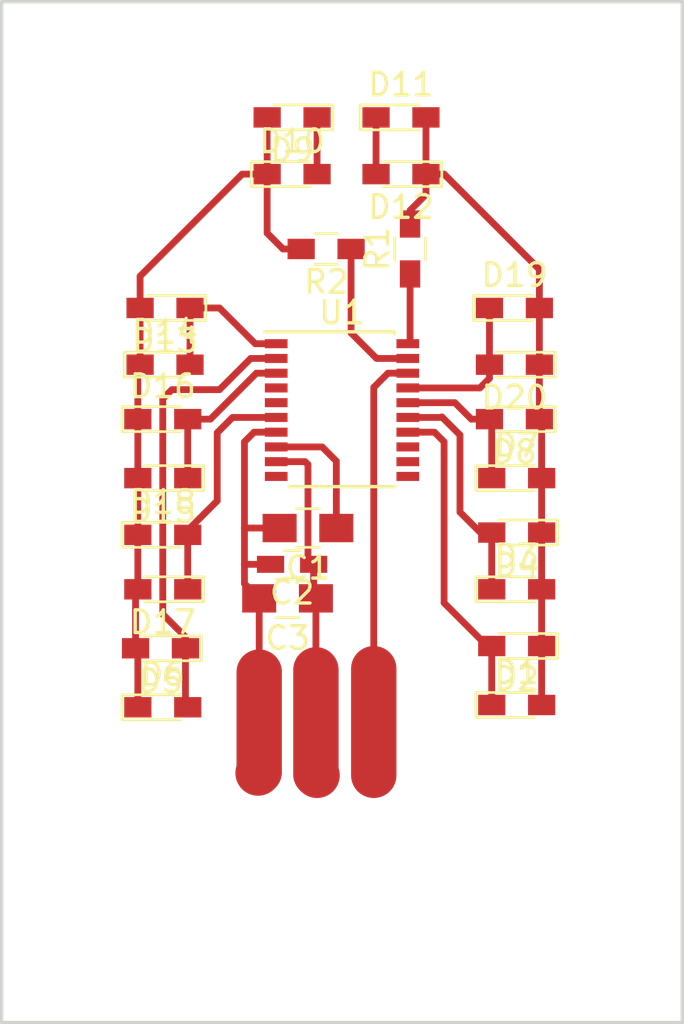
<source format=kicad_pcb>
(kicad_pcb (version 4) (host pcbnew 4.0.7)

  (general
    (links 46)
    (no_connects 0)
    (area 99.924999 79.924999 130.075001 125.075001)
    (thickness 1.6)
    (drawings 4)
    (tracks 122)
    (zones 0)
    (modules 26)
    (nets 25)
  )

  (page A4)
  (layers
    (0 F.Cu signal)
    (31 B.Cu signal)
    (32 B.Adhes user)
    (33 F.Adhes user)
    (34 B.Paste user)
    (35 F.Paste user)
    (36 B.SilkS user)
    (37 F.SilkS user)
    (38 B.Mask user)
    (39 F.Mask user)
    (40 Dwgs.User user)
    (41 Cmts.User user)
    (42 Eco1.User user)
    (43 Eco2.User user)
    (44 Edge.Cuts user)
    (45 Margin user)
    (46 B.CrtYd user)
    (47 F.CrtYd user)
    (48 B.Fab user)
    (49 F.Fab user)
  )

  (setup
    (last_trace_width 2)
    (user_trace_width 0.4)
    (user_trace_width 2)
    (trace_clearance 0.2)
    (zone_clearance 0.3)
    (zone_45_only no)
    (trace_min 0.2)
    (segment_width 0.2)
    (edge_width 0.15)
    (via_size 0.6)
    (via_drill 0.4)
    (via_min_size 0.4)
    (via_min_drill 0.3)
    (user_via 2 1)
    (uvia_size 0.3)
    (uvia_drill 0.1)
    (uvias_allowed no)
    (uvia_min_size 0.2)
    (uvia_min_drill 0.1)
    (pcb_text_width 0.3)
    (pcb_text_size 1.5 1.5)
    (mod_edge_width 0.15)
    (mod_text_size 1 1)
    (mod_text_width 0.15)
    (pad_size 1.524 1.524)
    (pad_drill 0.762)
    (pad_to_mask_clearance 0.2)
    (aux_axis_origin 0 0)
    (visible_elements FFFFF71F)
    (pcbplotparams
      (layerselection 0x00000_80000001)
      (usegerberextensions false)
      (excludeedgelayer true)
      (linewidth 0.100000)
      (plotframeref false)
      (viasonmask false)
      (mode 1)
      (useauxorigin false)
      (hpglpennumber 1)
      (hpglpenspeed 20)
      (hpglpendiameter 15)
      (hpglpenoverlay 2)
      (psnegative false)
      (psa4output false)
      (plotreference true)
      (plotvalue true)
      (plotinvisibletext false)
      (padsonsilk false)
      (subtractmaskfromsilk false)
      (outputformat 5)
      (mirror false)
      (drillshape 1)
      (scaleselection 1)
      (outputdirectory ""))
  )

  (net 0 "")
  (net 1 /l9)
  (net 2 /l8)
  (net 3 /l10)
  (net 4 /l7)
  (net 5 /l1)
  (net 6 /l2)
  (net 7 /l3)
  (net 8 /l4)
  (net 9 /l5)
  (net 10 /l6)
  (net 11 "Net-(U1-Pad4)")
  (net 12 "Net-(C1-Pad1)")
  (net 13 "/prg(serial)")
  (net 14 GNDA)
  (net 15 VDDA)
  (net 16 /upr1)
  (net 17 /upr2)
  (net 18 "Net-(R1-Pad1)")
  (net 19 "Net-(R2-Pad1)")
  (net 20 "Net-(U1-Pad5)")
  (net 21 "Net-(U1-Pad10)")
  (net 22 "Net-(U1-Pad11)")
  (net 23 "Net-(U1-Pad12)")
  (net 24 "Net-(U1-Pad13)")

  (net_class Default "Это класс цепей по умолчанию."
    (clearance 0.2)
    (trace_width 0.3)
    (via_dia 0.6)
    (via_drill 0.4)
    (uvia_dia 0.3)
    (uvia_drill 0.1)
    (add_net /l1)
    (add_net /l10)
    (add_net /l2)
    (add_net /l3)
    (add_net /l4)
    (add_net /l5)
    (add_net /l6)
    (add_net /l7)
    (add_net /l8)
    (add_net /l9)
    (add_net "/prg(serial)")
    (add_net /upr1)
    (add_net /upr2)
    (add_net GNDA)
    (add_net "Net-(C1-Pad1)")
    (add_net "Net-(R1-Pad1)")
    (add_net "Net-(R2-Pad1)")
    (add_net "Net-(U1-Pad10)")
    (add_net "Net-(U1-Pad11)")
    (add_net "Net-(U1-Pad12)")
    (add_net "Net-(U1-Pad13)")
    (add_net "Net-(U1-Pad4)")
    (add_net "Net-(U1-Pad5)")
    (add_net VDDA)
  )

  (module LEDs:LED_0603_HandSoldering (layer F.Cu) (tedit 595FC9C0) (tstamp 59F20287)
    (at 122.7 111)
    (descr "LED SMD 0603, hand soldering")
    (tags "LED 0603")
    (path /59F21C16)
    (attr smd)
    (fp_text reference D1 (at 0 -1.45) (layer F.SilkS)
      (effects (font (size 1 1) (thickness 0.15)))
    )
    (fp_text value LED (at 0 1.55) (layer F.Fab)
      (effects (font (size 1 1) (thickness 0.15)))
    )
    (fp_line (start -1.8 -0.55) (end -1.8 0.55) (layer F.SilkS) (width 0.12))
    (fp_line (start -0.2 -0.2) (end -0.2 0.2) (layer F.Fab) (width 0.1))
    (fp_line (start -0.15 0) (end 0.15 -0.2) (layer F.Fab) (width 0.1))
    (fp_line (start 0.15 0.2) (end -0.15 0) (layer F.Fab) (width 0.1))
    (fp_line (start 0.15 -0.2) (end 0.15 0.2) (layer F.Fab) (width 0.1))
    (fp_line (start 0.8 0.4) (end -0.8 0.4) (layer F.Fab) (width 0.1))
    (fp_line (start 0.8 -0.4) (end 0.8 0.4) (layer F.Fab) (width 0.1))
    (fp_line (start -0.8 -0.4) (end 0.8 -0.4) (layer F.Fab) (width 0.1))
    (fp_line (start -1.8 0.55) (end 0.8 0.55) (layer F.SilkS) (width 0.12))
    (fp_line (start -1.8 -0.55) (end 0.8 -0.55) (layer F.SilkS) (width 0.12))
    (fp_line (start -1.96 -0.7) (end 1.95 -0.7) (layer F.CrtYd) (width 0.05))
    (fp_line (start -1.96 -0.7) (end -1.96 0.7) (layer F.CrtYd) (width 0.05))
    (fp_line (start 1.95 0.7) (end 1.95 -0.7) (layer F.CrtYd) (width 0.05))
    (fp_line (start 1.95 0.7) (end -1.96 0.7) (layer F.CrtYd) (width 0.05))
    (fp_line (start -0.8 -0.4) (end -0.8 0.4) (layer F.Fab) (width 0.1))
    (pad 1 smd rect (at -1.1 0) (size 1.2 0.9) (layers F.Cu F.Paste F.Mask)
      (net 1 /l9))
    (pad 2 smd rect (at 1.1 0) (size 1.2 0.9) (layers F.Cu F.Paste F.Mask)
      (net 17 /upr2))
    (model ${KISYS3DMOD}/LEDs.3dshapes/LED_0603.wrl
      (at (xyz 0 0 0))
      (scale (xyz 1 1 1))
      (rotate (xyz 0 0 180))
    )
  )

  (module LEDs:LED_0603_HandSoldering (layer F.Cu) (tedit 595FC9C0) (tstamp 59F2029C)
    (at 122.7 108.4 180)
    (descr "LED SMD 0603, hand soldering")
    (tags "LED 0603")
    (path /59F21C35)
    (attr smd)
    (fp_text reference D2 (at 0 -1.45 180) (layer F.SilkS)
      (effects (font (size 1 1) (thickness 0.15)))
    )
    (fp_text value LED (at 0 1.55 180) (layer F.Fab)
      (effects (font (size 1 1) (thickness 0.15)))
    )
    (fp_line (start -1.8 -0.55) (end -1.8 0.55) (layer F.SilkS) (width 0.12))
    (fp_line (start -0.2 -0.2) (end -0.2 0.2) (layer F.Fab) (width 0.1))
    (fp_line (start -0.15 0) (end 0.15 -0.2) (layer F.Fab) (width 0.1))
    (fp_line (start 0.15 0.2) (end -0.15 0) (layer F.Fab) (width 0.1))
    (fp_line (start 0.15 -0.2) (end 0.15 0.2) (layer F.Fab) (width 0.1))
    (fp_line (start 0.8 0.4) (end -0.8 0.4) (layer F.Fab) (width 0.1))
    (fp_line (start 0.8 -0.4) (end 0.8 0.4) (layer F.Fab) (width 0.1))
    (fp_line (start -0.8 -0.4) (end 0.8 -0.4) (layer F.Fab) (width 0.1))
    (fp_line (start -1.8 0.55) (end 0.8 0.55) (layer F.SilkS) (width 0.12))
    (fp_line (start -1.8 -0.55) (end 0.8 -0.55) (layer F.SilkS) (width 0.12))
    (fp_line (start -1.96 -0.7) (end 1.95 -0.7) (layer F.CrtYd) (width 0.05))
    (fp_line (start -1.96 -0.7) (end -1.96 0.7) (layer F.CrtYd) (width 0.05))
    (fp_line (start 1.95 0.7) (end 1.95 -0.7) (layer F.CrtYd) (width 0.05))
    (fp_line (start 1.95 0.7) (end -1.96 0.7) (layer F.CrtYd) (width 0.05))
    (fp_line (start -0.8 -0.4) (end -0.8 0.4) (layer F.Fab) (width 0.1))
    (pad 1 smd rect (at -1.1 0 180) (size 1.2 0.9) (layers F.Cu F.Paste F.Mask)
      (net 17 /upr2))
    (pad 2 smd rect (at 1.1 0 180) (size 1.2 0.9) (layers F.Cu F.Paste F.Mask)
      (net 1 /l9))
    (model ${KISYS3DMOD}/LEDs.3dshapes/LED_0603.wrl
      (at (xyz 0 0 0))
      (scale (xyz 1 1 1))
      (rotate (xyz 0 0 180))
    )
  )

  (module LEDs:LED_0603_HandSoldering (layer F.Cu) (tedit 595FC9C0) (tstamp 59F202B1)
    (at 122.7 105.9)
    (descr "LED SMD 0603, hand soldering")
    (tags "LED 0603")
    (path /59F21A49)
    (attr smd)
    (fp_text reference D3 (at 0 -1.45) (layer F.SilkS)
      (effects (font (size 1 1) (thickness 0.15)))
    )
    (fp_text value LED (at 0 1.55) (layer F.Fab)
      (effects (font (size 1 1) (thickness 0.15)))
    )
    (fp_line (start -1.8 -0.55) (end -1.8 0.55) (layer F.SilkS) (width 0.12))
    (fp_line (start -0.2 -0.2) (end -0.2 0.2) (layer F.Fab) (width 0.1))
    (fp_line (start -0.15 0) (end 0.15 -0.2) (layer F.Fab) (width 0.1))
    (fp_line (start 0.15 0.2) (end -0.15 0) (layer F.Fab) (width 0.1))
    (fp_line (start 0.15 -0.2) (end 0.15 0.2) (layer F.Fab) (width 0.1))
    (fp_line (start 0.8 0.4) (end -0.8 0.4) (layer F.Fab) (width 0.1))
    (fp_line (start 0.8 -0.4) (end 0.8 0.4) (layer F.Fab) (width 0.1))
    (fp_line (start -0.8 -0.4) (end 0.8 -0.4) (layer F.Fab) (width 0.1))
    (fp_line (start -1.8 0.55) (end 0.8 0.55) (layer F.SilkS) (width 0.12))
    (fp_line (start -1.8 -0.55) (end 0.8 -0.55) (layer F.SilkS) (width 0.12))
    (fp_line (start -1.96 -0.7) (end 1.95 -0.7) (layer F.CrtYd) (width 0.05))
    (fp_line (start -1.96 -0.7) (end -1.96 0.7) (layer F.CrtYd) (width 0.05))
    (fp_line (start 1.95 0.7) (end 1.95 -0.7) (layer F.CrtYd) (width 0.05))
    (fp_line (start 1.95 0.7) (end -1.96 0.7) (layer F.CrtYd) (width 0.05))
    (fp_line (start -0.8 -0.4) (end -0.8 0.4) (layer F.Fab) (width 0.1))
    (pad 1 smd rect (at -1.1 0) (size 1.2 0.9) (layers F.Cu F.Paste F.Mask)
      (net 2 /l8))
    (pad 2 smd rect (at 1.1 0) (size 1.2 0.9) (layers F.Cu F.Paste F.Mask)
      (net 17 /upr2))
    (model ${KISYS3DMOD}/LEDs.3dshapes/LED_0603.wrl
      (at (xyz 0 0 0))
      (scale (xyz 1 1 1))
      (rotate (xyz 0 0 180))
    )
  )

  (module LEDs:LED_0603_HandSoldering (layer F.Cu) (tedit 595FC9C0) (tstamp 59F202C6)
    (at 122.7 103.4 180)
    (descr "LED SMD 0603, hand soldering")
    (tags "LED 0603")
    (path /59F21A68)
    (attr smd)
    (fp_text reference D4 (at 0 -1.45 180) (layer F.SilkS)
      (effects (font (size 1 1) (thickness 0.15)))
    )
    (fp_text value LED (at 0 1.55 180) (layer F.Fab)
      (effects (font (size 1 1) (thickness 0.15)))
    )
    (fp_line (start -1.8 -0.55) (end -1.8 0.55) (layer F.SilkS) (width 0.12))
    (fp_line (start -0.2 -0.2) (end -0.2 0.2) (layer F.Fab) (width 0.1))
    (fp_line (start -0.15 0) (end 0.15 -0.2) (layer F.Fab) (width 0.1))
    (fp_line (start 0.15 0.2) (end -0.15 0) (layer F.Fab) (width 0.1))
    (fp_line (start 0.15 -0.2) (end 0.15 0.2) (layer F.Fab) (width 0.1))
    (fp_line (start 0.8 0.4) (end -0.8 0.4) (layer F.Fab) (width 0.1))
    (fp_line (start 0.8 -0.4) (end 0.8 0.4) (layer F.Fab) (width 0.1))
    (fp_line (start -0.8 -0.4) (end 0.8 -0.4) (layer F.Fab) (width 0.1))
    (fp_line (start -1.8 0.55) (end 0.8 0.55) (layer F.SilkS) (width 0.12))
    (fp_line (start -1.8 -0.55) (end 0.8 -0.55) (layer F.SilkS) (width 0.12))
    (fp_line (start -1.96 -0.7) (end 1.95 -0.7) (layer F.CrtYd) (width 0.05))
    (fp_line (start -1.96 -0.7) (end -1.96 0.7) (layer F.CrtYd) (width 0.05))
    (fp_line (start 1.95 0.7) (end 1.95 -0.7) (layer F.CrtYd) (width 0.05))
    (fp_line (start 1.95 0.7) (end -1.96 0.7) (layer F.CrtYd) (width 0.05))
    (fp_line (start -0.8 -0.4) (end -0.8 0.4) (layer F.Fab) (width 0.1))
    (pad 1 smd rect (at -1.1 0 180) (size 1.2 0.9) (layers F.Cu F.Paste F.Mask)
      (net 17 /upr2))
    (pad 2 smd rect (at 1.1 0 180) (size 1.2 0.9) (layers F.Cu F.Paste F.Mask)
      (net 2 /l8))
    (model ${KISYS3DMOD}/LEDs.3dshapes/LED_0603.wrl
      (at (xyz 0 0 0))
      (scale (xyz 1 1 1))
      (rotate (xyz 0 0 180))
    )
  )

  (module LEDs:LED_0603_HandSoldering (layer F.Cu) (tedit 595FC9C0) (tstamp 59F202DB)
    (at 107 108.5 180)
    (descr "LED SMD 0603, hand soldering")
    (tags "LED 0603")
    (path /59F21DE3)
    (attr smd)
    (fp_text reference D5 (at 0 -1.45 180) (layer F.SilkS)
      (effects (font (size 1 1) (thickness 0.15)))
    )
    (fp_text value LED (at 0 1.55 180) (layer F.Fab)
      (effects (font (size 1 1) (thickness 0.15)))
    )
    (fp_line (start -1.8 -0.55) (end -1.8 0.55) (layer F.SilkS) (width 0.12))
    (fp_line (start -0.2 -0.2) (end -0.2 0.2) (layer F.Fab) (width 0.1))
    (fp_line (start -0.15 0) (end 0.15 -0.2) (layer F.Fab) (width 0.1))
    (fp_line (start 0.15 0.2) (end -0.15 0) (layer F.Fab) (width 0.1))
    (fp_line (start 0.15 -0.2) (end 0.15 0.2) (layer F.Fab) (width 0.1))
    (fp_line (start 0.8 0.4) (end -0.8 0.4) (layer F.Fab) (width 0.1))
    (fp_line (start 0.8 -0.4) (end 0.8 0.4) (layer F.Fab) (width 0.1))
    (fp_line (start -0.8 -0.4) (end 0.8 -0.4) (layer F.Fab) (width 0.1))
    (fp_line (start -1.8 0.55) (end 0.8 0.55) (layer F.SilkS) (width 0.12))
    (fp_line (start -1.8 -0.55) (end 0.8 -0.55) (layer F.SilkS) (width 0.12))
    (fp_line (start -1.96 -0.7) (end 1.95 -0.7) (layer F.CrtYd) (width 0.05))
    (fp_line (start -1.96 -0.7) (end -1.96 0.7) (layer F.CrtYd) (width 0.05))
    (fp_line (start 1.95 0.7) (end 1.95 -0.7) (layer F.CrtYd) (width 0.05))
    (fp_line (start 1.95 0.7) (end -1.96 0.7) (layer F.CrtYd) (width 0.05))
    (fp_line (start -0.8 -0.4) (end -0.8 0.4) (layer F.Fab) (width 0.1))
    (pad 1 smd rect (at -1.1 0 180) (size 1.2 0.9) (layers F.Cu F.Paste F.Mask)
      (net 3 /l10))
    (pad 2 smd rect (at 1.1 0 180) (size 1.2 0.9) (layers F.Cu F.Paste F.Mask)
      (net 16 /upr1))
    (model ${KISYS3DMOD}/LEDs.3dshapes/LED_0603.wrl
      (at (xyz 0 0 0))
      (scale (xyz 1 1 1))
      (rotate (xyz 0 0 180))
    )
  )

  (module LEDs:LED_0603_HandSoldering (layer F.Cu) (tedit 595FC9C0) (tstamp 59F202F0)
    (at 107.1 111.1)
    (descr "LED SMD 0603, hand soldering")
    (tags "LED 0603")
    (path /59F21E02)
    (attr smd)
    (fp_text reference D6 (at 0 -1.45) (layer F.SilkS)
      (effects (font (size 1 1) (thickness 0.15)))
    )
    (fp_text value LED (at 0 1.55) (layer F.Fab)
      (effects (font (size 1 1) (thickness 0.15)))
    )
    (fp_line (start -1.8 -0.55) (end -1.8 0.55) (layer F.SilkS) (width 0.12))
    (fp_line (start -0.2 -0.2) (end -0.2 0.2) (layer F.Fab) (width 0.1))
    (fp_line (start -0.15 0) (end 0.15 -0.2) (layer F.Fab) (width 0.1))
    (fp_line (start 0.15 0.2) (end -0.15 0) (layer F.Fab) (width 0.1))
    (fp_line (start 0.15 -0.2) (end 0.15 0.2) (layer F.Fab) (width 0.1))
    (fp_line (start 0.8 0.4) (end -0.8 0.4) (layer F.Fab) (width 0.1))
    (fp_line (start 0.8 -0.4) (end 0.8 0.4) (layer F.Fab) (width 0.1))
    (fp_line (start -0.8 -0.4) (end 0.8 -0.4) (layer F.Fab) (width 0.1))
    (fp_line (start -1.8 0.55) (end 0.8 0.55) (layer F.SilkS) (width 0.12))
    (fp_line (start -1.8 -0.55) (end 0.8 -0.55) (layer F.SilkS) (width 0.12))
    (fp_line (start -1.96 -0.7) (end 1.95 -0.7) (layer F.CrtYd) (width 0.05))
    (fp_line (start -1.96 -0.7) (end -1.96 0.7) (layer F.CrtYd) (width 0.05))
    (fp_line (start 1.95 0.7) (end 1.95 -0.7) (layer F.CrtYd) (width 0.05))
    (fp_line (start 1.95 0.7) (end -1.96 0.7) (layer F.CrtYd) (width 0.05))
    (fp_line (start -0.8 -0.4) (end -0.8 0.4) (layer F.Fab) (width 0.1))
    (pad 1 smd rect (at -1.1 0) (size 1.2 0.9) (layers F.Cu F.Paste F.Mask)
      (net 16 /upr1))
    (pad 2 smd rect (at 1.1 0) (size 1.2 0.9) (layers F.Cu F.Paste F.Mask)
      (net 3 /l10))
    (model ${KISYS3DMOD}/LEDs.3dshapes/LED_0603.wrl
      (at (xyz 0 0 0))
      (scale (xyz 1 1 1))
      (rotate (xyz 0 0 180))
    )
  )

  (module LEDs:LED_0603_HandSoldering (layer F.Cu) (tedit 595FC9C0) (tstamp 59F20305)
    (at 122.7 101)
    (descr "LED SMD 0603, hand soldering")
    (tags "LED 0603")
    (path /59F2140F)
    (attr smd)
    (fp_text reference D7 (at 0 -1.45) (layer F.SilkS)
      (effects (font (size 1 1) (thickness 0.15)))
    )
    (fp_text value LED (at 0 1.55) (layer F.Fab)
      (effects (font (size 1 1) (thickness 0.15)))
    )
    (fp_line (start -1.8 -0.55) (end -1.8 0.55) (layer F.SilkS) (width 0.12))
    (fp_line (start -0.2 -0.2) (end -0.2 0.2) (layer F.Fab) (width 0.1))
    (fp_line (start -0.15 0) (end 0.15 -0.2) (layer F.Fab) (width 0.1))
    (fp_line (start 0.15 0.2) (end -0.15 0) (layer F.Fab) (width 0.1))
    (fp_line (start 0.15 -0.2) (end 0.15 0.2) (layer F.Fab) (width 0.1))
    (fp_line (start 0.8 0.4) (end -0.8 0.4) (layer F.Fab) (width 0.1))
    (fp_line (start 0.8 -0.4) (end 0.8 0.4) (layer F.Fab) (width 0.1))
    (fp_line (start -0.8 -0.4) (end 0.8 -0.4) (layer F.Fab) (width 0.1))
    (fp_line (start -1.8 0.55) (end 0.8 0.55) (layer F.SilkS) (width 0.12))
    (fp_line (start -1.8 -0.55) (end 0.8 -0.55) (layer F.SilkS) (width 0.12))
    (fp_line (start -1.96 -0.7) (end 1.95 -0.7) (layer F.CrtYd) (width 0.05))
    (fp_line (start -1.96 -0.7) (end -1.96 0.7) (layer F.CrtYd) (width 0.05))
    (fp_line (start 1.95 0.7) (end 1.95 -0.7) (layer F.CrtYd) (width 0.05))
    (fp_line (start 1.95 0.7) (end -1.96 0.7) (layer F.CrtYd) (width 0.05))
    (fp_line (start -0.8 -0.4) (end -0.8 0.4) (layer F.Fab) (width 0.1))
    (pad 1 smd rect (at -1.1 0) (size 1.2 0.9) (layers F.Cu F.Paste F.Mask)
      (net 4 /l7))
    (pad 2 smd rect (at 1.1 0) (size 1.2 0.9) (layers F.Cu F.Paste F.Mask)
      (net 17 /upr2))
    (model ${KISYS3DMOD}/LEDs.3dshapes/LED_0603.wrl
      (at (xyz 0 0 0))
      (scale (xyz 1 1 1))
      (rotate (xyz 0 0 180))
    )
  )

  (module LEDs:LED_0603_HandSoldering (layer F.Cu) (tedit 595FC9C0) (tstamp 59F2031A)
    (at 122.6 98.4 180)
    (descr "LED SMD 0603, hand soldering")
    (tags "LED 0603")
    (path /59F2142E)
    (attr smd)
    (fp_text reference D8 (at 0 -1.45 180) (layer F.SilkS)
      (effects (font (size 1 1) (thickness 0.15)))
    )
    (fp_text value LED (at 0 1.55 180) (layer F.Fab)
      (effects (font (size 1 1) (thickness 0.15)))
    )
    (fp_line (start -1.8 -0.55) (end -1.8 0.55) (layer F.SilkS) (width 0.12))
    (fp_line (start -0.2 -0.2) (end -0.2 0.2) (layer F.Fab) (width 0.1))
    (fp_line (start -0.15 0) (end 0.15 -0.2) (layer F.Fab) (width 0.1))
    (fp_line (start 0.15 0.2) (end -0.15 0) (layer F.Fab) (width 0.1))
    (fp_line (start 0.15 -0.2) (end 0.15 0.2) (layer F.Fab) (width 0.1))
    (fp_line (start 0.8 0.4) (end -0.8 0.4) (layer F.Fab) (width 0.1))
    (fp_line (start 0.8 -0.4) (end 0.8 0.4) (layer F.Fab) (width 0.1))
    (fp_line (start -0.8 -0.4) (end 0.8 -0.4) (layer F.Fab) (width 0.1))
    (fp_line (start -1.8 0.55) (end 0.8 0.55) (layer F.SilkS) (width 0.12))
    (fp_line (start -1.8 -0.55) (end 0.8 -0.55) (layer F.SilkS) (width 0.12))
    (fp_line (start -1.96 -0.7) (end 1.95 -0.7) (layer F.CrtYd) (width 0.05))
    (fp_line (start -1.96 -0.7) (end -1.96 0.7) (layer F.CrtYd) (width 0.05))
    (fp_line (start 1.95 0.7) (end 1.95 -0.7) (layer F.CrtYd) (width 0.05))
    (fp_line (start 1.95 0.7) (end -1.96 0.7) (layer F.CrtYd) (width 0.05))
    (fp_line (start -0.8 -0.4) (end -0.8 0.4) (layer F.Fab) (width 0.1))
    (pad 1 smd rect (at -1.1 0 180) (size 1.2 0.9) (layers F.Cu F.Paste F.Mask)
      (net 17 /upr2))
    (pad 2 smd rect (at 1.1 0 180) (size 1.2 0.9) (layers F.Cu F.Paste F.Mask)
      (net 4 /l7))
    (model ${KISYS3DMOD}/LEDs.3dshapes/LED_0603.wrl
      (at (xyz 0 0 0))
      (scale (xyz 1 1 1))
      (rotate (xyz 0 0 180))
    )
  )

  (module LEDs:LED_0603_HandSoldering (layer F.Cu) (tedit 595FC9C0) (tstamp 59F2032F)
    (at 112.8 85.1 180)
    (descr "LED SMD 0603, hand soldering")
    (tags "LED 0603")
    (path /59F1F67F)
    (attr smd)
    (fp_text reference D9 (at 0 -1.45 180) (layer F.SilkS)
      (effects (font (size 1 1) (thickness 0.15)))
    )
    (fp_text value LED (at 0 1.55 180) (layer F.Fab)
      (effects (font (size 1 1) (thickness 0.15)))
    )
    (fp_line (start -1.8 -0.55) (end -1.8 0.55) (layer F.SilkS) (width 0.12))
    (fp_line (start -0.2 -0.2) (end -0.2 0.2) (layer F.Fab) (width 0.1))
    (fp_line (start -0.15 0) (end 0.15 -0.2) (layer F.Fab) (width 0.1))
    (fp_line (start 0.15 0.2) (end -0.15 0) (layer F.Fab) (width 0.1))
    (fp_line (start 0.15 -0.2) (end 0.15 0.2) (layer F.Fab) (width 0.1))
    (fp_line (start 0.8 0.4) (end -0.8 0.4) (layer F.Fab) (width 0.1))
    (fp_line (start 0.8 -0.4) (end 0.8 0.4) (layer F.Fab) (width 0.1))
    (fp_line (start -0.8 -0.4) (end 0.8 -0.4) (layer F.Fab) (width 0.1))
    (fp_line (start -1.8 0.55) (end 0.8 0.55) (layer F.SilkS) (width 0.12))
    (fp_line (start -1.8 -0.55) (end 0.8 -0.55) (layer F.SilkS) (width 0.12))
    (fp_line (start -1.96 -0.7) (end 1.95 -0.7) (layer F.CrtYd) (width 0.05))
    (fp_line (start -1.96 -0.7) (end -1.96 0.7) (layer F.CrtYd) (width 0.05))
    (fp_line (start 1.95 0.7) (end 1.95 -0.7) (layer F.CrtYd) (width 0.05))
    (fp_line (start 1.95 0.7) (end -1.96 0.7) (layer F.CrtYd) (width 0.05))
    (fp_line (start -0.8 -0.4) (end -0.8 0.4) (layer F.Fab) (width 0.1))
    (pad 1 smd rect (at -1.1 0 180) (size 1.2 0.9) (layers F.Cu F.Paste F.Mask)
      (net 5 /l1))
    (pad 2 smd rect (at 1.1 0 180) (size 1.2 0.9) (layers F.Cu F.Paste F.Mask)
      (net 16 /upr1))
    (model ${KISYS3DMOD}/LEDs.3dshapes/LED_0603.wrl
      (at (xyz 0 0 0))
      (scale (xyz 1 1 1))
      (rotate (xyz 0 0 180))
    )
  )

  (module LEDs:LED_0603_HandSoldering (layer F.Cu) (tedit 595FC9C0) (tstamp 59F20344)
    (at 112.8 87.6)
    (descr "LED SMD 0603, hand soldering")
    (tags "LED 0603")
    (path /59F20286)
    (attr smd)
    (fp_text reference D10 (at 0 -1.45) (layer F.SilkS)
      (effects (font (size 1 1) (thickness 0.15)))
    )
    (fp_text value LED (at 0 1.55) (layer F.Fab)
      (effects (font (size 1 1) (thickness 0.15)))
    )
    (fp_line (start -1.8 -0.55) (end -1.8 0.55) (layer F.SilkS) (width 0.12))
    (fp_line (start -0.2 -0.2) (end -0.2 0.2) (layer F.Fab) (width 0.1))
    (fp_line (start -0.15 0) (end 0.15 -0.2) (layer F.Fab) (width 0.1))
    (fp_line (start 0.15 0.2) (end -0.15 0) (layer F.Fab) (width 0.1))
    (fp_line (start 0.15 -0.2) (end 0.15 0.2) (layer F.Fab) (width 0.1))
    (fp_line (start 0.8 0.4) (end -0.8 0.4) (layer F.Fab) (width 0.1))
    (fp_line (start 0.8 -0.4) (end 0.8 0.4) (layer F.Fab) (width 0.1))
    (fp_line (start -0.8 -0.4) (end 0.8 -0.4) (layer F.Fab) (width 0.1))
    (fp_line (start -1.8 0.55) (end 0.8 0.55) (layer F.SilkS) (width 0.12))
    (fp_line (start -1.8 -0.55) (end 0.8 -0.55) (layer F.SilkS) (width 0.12))
    (fp_line (start -1.96 -0.7) (end 1.95 -0.7) (layer F.CrtYd) (width 0.05))
    (fp_line (start -1.96 -0.7) (end -1.96 0.7) (layer F.CrtYd) (width 0.05))
    (fp_line (start 1.95 0.7) (end 1.95 -0.7) (layer F.CrtYd) (width 0.05))
    (fp_line (start 1.95 0.7) (end -1.96 0.7) (layer F.CrtYd) (width 0.05))
    (fp_line (start -0.8 -0.4) (end -0.8 0.4) (layer F.Fab) (width 0.1))
    (pad 1 smd rect (at -1.1 0) (size 1.2 0.9) (layers F.Cu F.Paste F.Mask)
      (net 16 /upr1))
    (pad 2 smd rect (at 1.1 0) (size 1.2 0.9) (layers F.Cu F.Paste F.Mask)
      (net 5 /l1))
    (model ${KISYS3DMOD}/LEDs.3dshapes/LED_0603.wrl
      (at (xyz 0 0 0))
      (scale (xyz 1 1 1))
      (rotate (xyz 0 0 180))
    )
  )

  (module LEDs:LED_0603_HandSoldering (layer F.Cu) (tedit 595FC9C0) (tstamp 59F20359)
    (at 117.6 85.1)
    (descr "LED SMD 0603, hand soldering")
    (tags "LED 0603")
    (path /59F208EF)
    (attr smd)
    (fp_text reference D11 (at 0 -1.45) (layer F.SilkS)
      (effects (font (size 1 1) (thickness 0.15)))
    )
    (fp_text value LED (at 0 1.55) (layer F.Fab)
      (effects (font (size 1 1) (thickness 0.15)))
    )
    (fp_line (start -1.8 -0.55) (end -1.8 0.55) (layer F.SilkS) (width 0.12))
    (fp_line (start -0.2 -0.2) (end -0.2 0.2) (layer F.Fab) (width 0.1))
    (fp_line (start -0.15 0) (end 0.15 -0.2) (layer F.Fab) (width 0.1))
    (fp_line (start 0.15 0.2) (end -0.15 0) (layer F.Fab) (width 0.1))
    (fp_line (start 0.15 -0.2) (end 0.15 0.2) (layer F.Fab) (width 0.1))
    (fp_line (start 0.8 0.4) (end -0.8 0.4) (layer F.Fab) (width 0.1))
    (fp_line (start 0.8 -0.4) (end 0.8 0.4) (layer F.Fab) (width 0.1))
    (fp_line (start -0.8 -0.4) (end 0.8 -0.4) (layer F.Fab) (width 0.1))
    (fp_line (start -1.8 0.55) (end 0.8 0.55) (layer F.SilkS) (width 0.12))
    (fp_line (start -1.8 -0.55) (end 0.8 -0.55) (layer F.SilkS) (width 0.12))
    (fp_line (start -1.96 -0.7) (end 1.95 -0.7) (layer F.CrtYd) (width 0.05))
    (fp_line (start -1.96 -0.7) (end -1.96 0.7) (layer F.CrtYd) (width 0.05))
    (fp_line (start 1.95 0.7) (end 1.95 -0.7) (layer F.CrtYd) (width 0.05))
    (fp_line (start 1.95 0.7) (end -1.96 0.7) (layer F.CrtYd) (width 0.05))
    (fp_line (start -0.8 -0.4) (end -0.8 0.4) (layer F.Fab) (width 0.1))
    (pad 1 smd rect (at -1.1 0) (size 1.2 0.9) (layers F.Cu F.Paste F.Mask)
      (net 6 /l2))
    (pad 2 smd rect (at 1.1 0) (size 1.2 0.9) (layers F.Cu F.Paste F.Mask)
      (net 17 /upr2))
    (model ${KISYS3DMOD}/LEDs.3dshapes/LED_0603.wrl
      (at (xyz 0 0 0))
      (scale (xyz 1 1 1))
      (rotate (xyz 0 0 180))
    )
  )

  (module LEDs:LED_0603_HandSoldering (layer F.Cu) (tedit 595FC9C0) (tstamp 59F2036E)
    (at 117.6 87.6 180)
    (descr "LED SMD 0603, hand soldering")
    (tags "LED 0603")
    (path /59F2090E)
    (attr smd)
    (fp_text reference D12 (at 0 -1.45 180) (layer F.SilkS)
      (effects (font (size 1 1) (thickness 0.15)))
    )
    (fp_text value LED (at 0 1.55 180) (layer F.Fab)
      (effects (font (size 1 1) (thickness 0.15)))
    )
    (fp_line (start -1.8 -0.55) (end -1.8 0.55) (layer F.SilkS) (width 0.12))
    (fp_line (start -0.2 -0.2) (end -0.2 0.2) (layer F.Fab) (width 0.1))
    (fp_line (start -0.15 0) (end 0.15 -0.2) (layer F.Fab) (width 0.1))
    (fp_line (start 0.15 0.2) (end -0.15 0) (layer F.Fab) (width 0.1))
    (fp_line (start 0.15 -0.2) (end 0.15 0.2) (layer F.Fab) (width 0.1))
    (fp_line (start 0.8 0.4) (end -0.8 0.4) (layer F.Fab) (width 0.1))
    (fp_line (start 0.8 -0.4) (end 0.8 0.4) (layer F.Fab) (width 0.1))
    (fp_line (start -0.8 -0.4) (end 0.8 -0.4) (layer F.Fab) (width 0.1))
    (fp_line (start -1.8 0.55) (end 0.8 0.55) (layer F.SilkS) (width 0.12))
    (fp_line (start -1.8 -0.55) (end 0.8 -0.55) (layer F.SilkS) (width 0.12))
    (fp_line (start -1.96 -0.7) (end 1.95 -0.7) (layer F.CrtYd) (width 0.05))
    (fp_line (start -1.96 -0.7) (end -1.96 0.7) (layer F.CrtYd) (width 0.05))
    (fp_line (start 1.95 0.7) (end 1.95 -0.7) (layer F.CrtYd) (width 0.05))
    (fp_line (start 1.95 0.7) (end -1.96 0.7) (layer F.CrtYd) (width 0.05))
    (fp_line (start -0.8 -0.4) (end -0.8 0.4) (layer F.Fab) (width 0.1))
    (pad 1 smd rect (at -1.1 0 180) (size 1.2 0.9) (layers F.Cu F.Paste F.Mask)
      (net 17 /upr2))
    (pad 2 smd rect (at 1.1 0 180) (size 1.2 0.9) (layers F.Cu F.Paste F.Mask)
      (net 6 /l2))
    (model ${KISYS3DMOD}/LEDs.3dshapes/LED_0603.wrl
      (at (xyz 0 0 0))
      (scale (xyz 1 1 1))
      (rotate (xyz 0 0 180))
    )
  )

  (module LEDs:LED_0603_HandSoldering (layer F.Cu) (tedit 595FC9C0) (tstamp 59F20383)
    (at 107.2 93.5 180)
    (descr "LED SMD 0603, hand soldering")
    (tags "LED 0603")
    (path /59F20AB4)
    (attr smd)
    (fp_text reference D13 (at 0 -1.45 180) (layer F.SilkS)
      (effects (font (size 1 1) (thickness 0.15)))
    )
    (fp_text value LED (at 0 1.55 180) (layer F.Fab)
      (effects (font (size 1 1) (thickness 0.15)))
    )
    (fp_line (start -1.8 -0.55) (end -1.8 0.55) (layer F.SilkS) (width 0.12))
    (fp_line (start -0.2 -0.2) (end -0.2 0.2) (layer F.Fab) (width 0.1))
    (fp_line (start -0.15 0) (end 0.15 -0.2) (layer F.Fab) (width 0.1))
    (fp_line (start 0.15 0.2) (end -0.15 0) (layer F.Fab) (width 0.1))
    (fp_line (start 0.15 -0.2) (end 0.15 0.2) (layer F.Fab) (width 0.1))
    (fp_line (start 0.8 0.4) (end -0.8 0.4) (layer F.Fab) (width 0.1))
    (fp_line (start 0.8 -0.4) (end 0.8 0.4) (layer F.Fab) (width 0.1))
    (fp_line (start -0.8 -0.4) (end 0.8 -0.4) (layer F.Fab) (width 0.1))
    (fp_line (start -1.8 0.55) (end 0.8 0.55) (layer F.SilkS) (width 0.12))
    (fp_line (start -1.8 -0.55) (end 0.8 -0.55) (layer F.SilkS) (width 0.12))
    (fp_line (start -1.96 -0.7) (end 1.95 -0.7) (layer F.CrtYd) (width 0.05))
    (fp_line (start -1.96 -0.7) (end -1.96 0.7) (layer F.CrtYd) (width 0.05))
    (fp_line (start 1.95 0.7) (end 1.95 -0.7) (layer F.CrtYd) (width 0.05))
    (fp_line (start 1.95 0.7) (end -1.96 0.7) (layer F.CrtYd) (width 0.05))
    (fp_line (start -0.8 -0.4) (end -0.8 0.4) (layer F.Fab) (width 0.1))
    (pad 1 smd rect (at -1.1 0 180) (size 1.2 0.9) (layers F.Cu F.Paste F.Mask)
      (net 7 /l3))
    (pad 2 smd rect (at 1.1 0 180) (size 1.2 0.9) (layers F.Cu F.Paste F.Mask)
      (net 16 /upr1))
    (model ${KISYS3DMOD}/LEDs.3dshapes/LED_0603.wrl
      (at (xyz 0 0 0))
      (scale (xyz 1 1 1))
      (rotate (xyz 0 0 180))
    )
  )

  (module LEDs:LED_0603_HandSoldering (layer F.Cu) (tedit 595FC9C0) (tstamp 59F20398)
    (at 107.2 96)
    (descr "LED SMD 0603, hand soldering")
    (tags "LED 0603")
    (path /59F20AD3)
    (attr smd)
    (fp_text reference D14 (at 0 -1.45) (layer F.SilkS)
      (effects (font (size 1 1) (thickness 0.15)))
    )
    (fp_text value LED (at 0 1.55) (layer F.Fab)
      (effects (font (size 1 1) (thickness 0.15)))
    )
    (fp_line (start -1.8 -0.55) (end -1.8 0.55) (layer F.SilkS) (width 0.12))
    (fp_line (start -0.2 -0.2) (end -0.2 0.2) (layer F.Fab) (width 0.1))
    (fp_line (start -0.15 0) (end 0.15 -0.2) (layer F.Fab) (width 0.1))
    (fp_line (start 0.15 0.2) (end -0.15 0) (layer F.Fab) (width 0.1))
    (fp_line (start 0.15 -0.2) (end 0.15 0.2) (layer F.Fab) (width 0.1))
    (fp_line (start 0.8 0.4) (end -0.8 0.4) (layer F.Fab) (width 0.1))
    (fp_line (start 0.8 -0.4) (end 0.8 0.4) (layer F.Fab) (width 0.1))
    (fp_line (start -0.8 -0.4) (end 0.8 -0.4) (layer F.Fab) (width 0.1))
    (fp_line (start -1.8 0.55) (end 0.8 0.55) (layer F.SilkS) (width 0.12))
    (fp_line (start -1.8 -0.55) (end 0.8 -0.55) (layer F.SilkS) (width 0.12))
    (fp_line (start -1.96 -0.7) (end 1.95 -0.7) (layer F.CrtYd) (width 0.05))
    (fp_line (start -1.96 -0.7) (end -1.96 0.7) (layer F.CrtYd) (width 0.05))
    (fp_line (start 1.95 0.7) (end 1.95 -0.7) (layer F.CrtYd) (width 0.05))
    (fp_line (start 1.95 0.7) (end -1.96 0.7) (layer F.CrtYd) (width 0.05))
    (fp_line (start -0.8 -0.4) (end -0.8 0.4) (layer F.Fab) (width 0.1))
    (pad 1 smd rect (at -1.1 0) (size 1.2 0.9) (layers F.Cu F.Paste F.Mask)
      (net 16 /upr1))
    (pad 2 smd rect (at 1.1 0) (size 1.2 0.9) (layers F.Cu F.Paste F.Mask)
      (net 7 /l3))
    (model ${KISYS3DMOD}/LEDs.3dshapes/LED_0603.wrl
      (at (xyz 0 0 0))
      (scale (xyz 1 1 1))
      (rotate (xyz 0 0 180))
    )
  )

  (module LEDs:LED_0603_HandSoldering (layer F.Cu) (tedit 595FC9C0) (tstamp 59F203AD)
    (at 107.1 101 180)
    (descr "LED SMD 0603, hand soldering")
    (tags "LED 0603")
    (path /59F20D05)
    (attr smd)
    (fp_text reference D15 (at 0 -1.45 180) (layer F.SilkS)
      (effects (font (size 1 1) (thickness 0.15)))
    )
    (fp_text value LED (at 0 1.55 180) (layer F.Fab)
      (effects (font (size 1 1) (thickness 0.15)))
    )
    (fp_line (start -1.8 -0.55) (end -1.8 0.55) (layer F.SilkS) (width 0.12))
    (fp_line (start -0.2 -0.2) (end -0.2 0.2) (layer F.Fab) (width 0.1))
    (fp_line (start -0.15 0) (end 0.15 -0.2) (layer F.Fab) (width 0.1))
    (fp_line (start 0.15 0.2) (end -0.15 0) (layer F.Fab) (width 0.1))
    (fp_line (start 0.15 -0.2) (end 0.15 0.2) (layer F.Fab) (width 0.1))
    (fp_line (start 0.8 0.4) (end -0.8 0.4) (layer F.Fab) (width 0.1))
    (fp_line (start 0.8 -0.4) (end 0.8 0.4) (layer F.Fab) (width 0.1))
    (fp_line (start -0.8 -0.4) (end 0.8 -0.4) (layer F.Fab) (width 0.1))
    (fp_line (start -1.8 0.55) (end 0.8 0.55) (layer F.SilkS) (width 0.12))
    (fp_line (start -1.8 -0.55) (end 0.8 -0.55) (layer F.SilkS) (width 0.12))
    (fp_line (start -1.96 -0.7) (end 1.95 -0.7) (layer F.CrtYd) (width 0.05))
    (fp_line (start -1.96 -0.7) (end -1.96 0.7) (layer F.CrtYd) (width 0.05))
    (fp_line (start 1.95 0.7) (end 1.95 -0.7) (layer F.CrtYd) (width 0.05))
    (fp_line (start 1.95 0.7) (end -1.96 0.7) (layer F.CrtYd) (width 0.05))
    (fp_line (start -0.8 -0.4) (end -0.8 0.4) (layer F.Fab) (width 0.1))
    (pad 1 smd rect (at -1.1 0 180) (size 1.2 0.9) (layers F.Cu F.Paste F.Mask)
      (net 8 /l4))
    (pad 2 smd rect (at 1.1 0 180) (size 1.2 0.9) (layers F.Cu F.Paste F.Mask)
      (net 16 /upr1))
    (model ${KISYS3DMOD}/LEDs.3dshapes/LED_0603.wrl
      (at (xyz 0 0 0))
      (scale (xyz 1 1 1))
      (rotate (xyz 0 0 180))
    )
  )

  (module LEDs:LED_0603_HandSoldering (layer F.Cu) (tedit 595FC9C0) (tstamp 59F203C2)
    (at 107.1 98.4)
    (descr "LED SMD 0603, hand soldering")
    (tags "LED 0603")
    (path /59F20D24)
    (attr smd)
    (fp_text reference D16 (at 0 -1.45) (layer F.SilkS)
      (effects (font (size 1 1) (thickness 0.15)))
    )
    (fp_text value LED (at 0 1.55) (layer F.Fab)
      (effects (font (size 1 1) (thickness 0.15)))
    )
    (fp_line (start -1.8 -0.55) (end -1.8 0.55) (layer F.SilkS) (width 0.12))
    (fp_line (start -0.2 -0.2) (end -0.2 0.2) (layer F.Fab) (width 0.1))
    (fp_line (start -0.15 0) (end 0.15 -0.2) (layer F.Fab) (width 0.1))
    (fp_line (start 0.15 0.2) (end -0.15 0) (layer F.Fab) (width 0.1))
    (fp_line (start 0.15 -0.2) (end 0.15 0.2) (layer F.Fab) (width 0.1))
    (fp_line (start 0.8 0.4) (end -0.8 0.4) (layer F.Fab) (width 0.1))
    (fp_line (start 0.8 -0.4) (end 0.8 0.4) (layer F.Fab) (width 0.1))
    (fp_line (start -0.8 -0.4) (end 0.8 -0.4) (layer F.Fab) (width 0.1))
    (fp_line (start -1.8 0.55) (end 0.8 0.55) (layer F.SilkS) (width 0.12))
    (fp_line (start -1.8 -0.55) (end 0.8 -0.55) (layer F.SilkS) (width 0.12))
    (fp_line (start -1.96 -0.7) (end 1.95 -0.7) (layer F.CrtYd) (width 0.05))
    (fp_line (start -1.96 -0.7) (end -1.96 0.7) (layer F.CrtYd) (width 0.05))
    (fp_line (start 1.95 0.7) (end 1.95 -0.7) (layer F.CrtYd) (width 0.05))
    (fp_line (start 1.95 0.7) (end -1.96 0.7) (layer F.CrtYd) (width 0.05))
    (fp_line (start -0.8 -0.4) (end -0.8 0.4) (layer F.Fab) (width 0.1))
    (pad 1 smd rect (at -1.1 0) (size 1.2 0.9) (layers F.Cu F.Paste F.Mask)
      (net 16 /upr1))
    (pad 2 smd rect (at 1.1 0) (size 1.2 0.9) (layers F.Cu F.Paste F.Mask)
      (net 8 /l4))
    (model ${KISYS3DMOD}/LEDs.3dshapes/LED_0603.wrl
      (at (xyz 0 0 0))
      (scale (xyz 1 1 1))
      (rotate (xyz 0 0 180))
    )
  )

  (module LEDs:LED_0603_HandSoldering (layer F.Cu) (tedit 595FC9C0) (tstamp 59F203D7)
    (at 107.1 105.9 180)
    (descr "LED SMD 0603, hand soldering")
    (tags "LED 0603")
    (path /59F212A2)
    (attr smd)
    (fp_text reference D17 (at 0 -1.45 180) (layer F.SilkS)
      (effects (font (size 1 1) (thickness 0.15)))
    )
    (fp_text value LED (at 0 1.55 180) (layer F.Fab)
      (effects (font (size 1 1) (thickness 0.15)))
    )
    (fp_line (start -1.8 -0.55) (end -1.8 0.55) (layer F.SilkS) (width 0.12))
    (fp_line (start -0.2 -0.2) (end -0.2 0.2) (layer F.Fab) (width 0.1))
    (fp_line (start -0.15 0) (end 0.15 -0.2) (layer F.Fab) (width 0.1))
    (fp_line (start 0.15 0.2) (end -0.15 0) (layer F.Fab) (width 0.1))
    (fp_line (start 0.15 -0.2) (end 0.15 0.2) (layer F.Fab) (width 0.1))
    (fp_line (start 0.8 0.4) (end -0.8 0.4) (layer F.Fab) (width 0.1))
    (fp_line (start 0.8 -0.4) (end 0.8 0.4) (layer F.Fab) (width 0.1))
    (fp_line (start -0.8 -0.4) (end 0.8 -0.4) (layer F.Fab) (width 0.1))
    (fp_line (start -1.8 0.55) (end 0.8 0.55) (layer F.SilkS) (width 0.12))
    (fp_line (start -1.8 -0.55) (end 0.8 -0.55) (layer F.SilkS) (width 0.12))
    (fp_line (start -1.96 -0.7) (end 1.95 -0.7) (layer F.CrtYd) (width 0.05))
    (fp_line (start -1.96 -0.7) (end -1.96 0.7) (layer F.CrtYd) (width 0.05))
    (fp_line (start 1.95 0.7) (end 1.95 -0.7) (layer F.CrtYd) (width 0.05))
    (fp_line (start 1.95 0.7) (end -1.96 0.7) (layer F.CrtYd) (width 0.05))
    (fp_line (start -0.8 -0.4) (end -0.8 0.4) (layer F.Fab) (width 0.1))
    (pad 1 smd rect (at -1.1 0 180) (size 1.2 0.9) (layers F.Cu F.Paste F.Mask)
      (net 9 /l5))
    (pad 2 smd rect (at 1.1 0 180) (size 1.2 0.9) (layers F.Cu F.Paste F.Mask)
      (net 16 /upr1))
    (model ${KISYS3DMOD}/LEDs.3dshapes/LED_0603.wrl
      (at (xyz 0 0 0))
      (scale (xyz 1 1 1))
      (rotate (xyz 0 0 180))
    )
  )

  (module LEDs:LED_0603_HandSoldering (layer F.Cu) (tedit 595FC9C0) (tstamp 59F203EC)
    (at 107.1 103.5)
    (descr "LED SMD 0603, hand soldering")
    (tags "LED 0603")
    (path /59F212C1)
    (attr smd)
    (fp_text reference D18 (at 0 -1.45) (layer F.SilkS)
      (effects (font (size 1 1) (thickness 0.15)))
    )
    (fp_text value LED (at 0 1.55) (layer F.Fab)
      (effects (font (size 1 1) (thickness 0.15)))
    )
    (fp_line (start -1.8 -0.55) (end -1.8 0.55) (layer F.SilkS) (width 0.12))
    (fp_line (start -0.2 -0.2) (end -0.2 0.2) (layer F.Fab) (width 0.1))
    (fp_line (start -0.15 0) (end 0.15 -0.2) (layer F.Fab) (width 0.1))
    (fp_line (start 0.15 0.2) (end -0.15 0) (layer F.Fab) (width 0.1))
    (fp_line (start 0.15 -0.2) (end 0.15 0.2) (layer F.Fab) (width 0.1))
    (fp_line (start 0.8 0.4) (end -0.8 0.4) (layer F.Fab) (width 0.1))
    (fp_line (start 0.8 -0.4) (end 0.8 0.4) (layer F.Fab) (width 0.1))
    (fp_line (start -0.8 -0.4) (end 0.8 -0.4) (layer F.Fab) (width 0.1))
    (fp_line (start -1.8 0.55) (end 0.8 0.55) (layer F.SilkS) (width 0.12))
    (fp_line (start -1.8 -0.55) (end 0.8 -0.55) (layer F.SilkS) (width 0.12))
    (fp_line (start -1.96 -0.7) (end 1.95 -0.7) (layer F.CrtYd) (width 0.05))
    (fp_line (start -1.96 -0.7) (end -1.96 0.7) (layer F.CrtYd) (width 0.05))
    (fp_line (start 1.95 0.7) (end 1.95 -0.7) (layer F.CrtYd) (width 0.05))
    (fp_line (start 1.95 0.7) (end -1.96 0.7) (layer F.CrtYd) (width 0.05))
    (fp_line (start -0.8 -0.4) (end -0.8 0.4) (layer F.Fab) (width 0.1))
    (pad 1 smd rect (at -1.1 0) (size 1.2 0.9) (layers F.Cu F.Paste F.Mask)
      (net 16 /upr1))
    (pad 2 smd rect (at 1.1 0) (size 1.2 0.9) (layers F.Cu F.Paste F.Mask)
      (net 9 /l5))
    (model ${KISYS3DMOD}/LEDs.3dshapes/LED_0603.wrl
      (at (xyz 0 0 0))
      (scale (xyz 1 1 1))
      (rotate (xyz 0 0 180))
    )
  )

  (module LEDs:LED_0603_HandSoldering (layer F.Cu) (tedit 595FC9C0) (tstamp 59F20401)
    (at 122.6 93.5)
    (descr "LED SMD 0603, hand soldering")
    (tags "LED 0603")
    (path /59F2161C)
    (attr smd)
    (fp_text reference D19 (at 0 -1.45) (layer F.SilkS)
      (effects (font (size 1 1) (thickness 0.15)))
    )
    (fp_text value LED (at 0 1.55) (layer F.Fab)
      (effects (font (size 1 1) (thickness 0.15)))
    )
    (fp_line (start -1.8 -0.55) (end -1.8 0.55) (layer F.SilkS) (width 0.12))
    (fp_line (start -0.2 -0.2) (end -0.2 0.2) (layer F.Fab) (width 0.1))
    (fp_line (start -0.15 0) (end 0.15 -0.2) (layer F.Fab) (width 0.1))
    (fp_line (start 0.15 0.2) (end -0.15 0) (layer F.Fab) (width 0.1))
    (fp_line (start 0.15 -0.2) (end 0.15 0.2) (layer F.Fab) (width 0.1))
    (fp_line (start 0.8 0.4) (end -0.8 0.4) (layer F.Fab) (width 0.1))
    (fp_line (start 0.8 -0.4) (end 0.8 0.4) (layer F.Fab) (width 0.1))
    (fp_line (start -0.8 -0.4) (end 0.8 -0.4) (layer F.Fab) (width 0.1))
    (fp_line (start -1.8 0.55) (end 0.8 0.55) (layer F.SilkS) (width 0.12))
    (fp_line (start -1.8 -0.55) (end 0.8 -0.55) (layer F.SilkS) (width 0.12))
    (fp_line (start -1.96 -0.7) (end 1.95 -0.7) (layer F.CrtYd) (width 0.05))
    (fp_line (start -1.96 -0.7) (end -1.96 0.7) (layer F.CrtYd) (width 0.05))
    (fp_line (start 1.95 0.7) (end 1.95 -0.7) (layer F.CrtYd) (width 0.05))
    (fp_line (start 1.95 0.7) (end -1.96 0.7) (layer F.CrtYd) (width 0.05))
    (fp_line (start -0.8 -0.4) (end -0.8 0.4) (layer F.Fab) (width 0.1))
    (pad 1 smd rect (at -1.1 0) (size 1.2 0.9) (layers F.Cu F.Paste F.Mask)
      (net 10 /l6))
    (pad 2 smd rect (at 1.1 0) (size 1.2 0.9) (layers F.Cu F.Paste F.Mask)
      (net 17 /upr2))
    (model ${KISYS3DMOD}/LEDs.3dshapes/LED_0603.wrl
      (at (xyz 0 0 0))
      (scale (xyz 1 1 1))
      (rotate (xyz 0 0 180))
    )
  )

  (module LEDs:LED_0603_HandSoldering (layer F.Cu) (tedit 595FC9C0) (tstamp 59F20416)
    (at 122.6 96 180)
    (descr "LED SMD 0603, hand soldering")
    (tags "LED 0603")
    (path /59F2163B)
    (attr smd)
    (fp_text reference D20 (at 0 -1.45 180) (layer F.SilkS)
      (effects (font (size 1 1) (thickness 0.15)))
    )
    (fp_text value LED (at 0 1.55 180) (layer F.Fab)
      (effects (font (size 1 1) (thickness 0.15)))
    )
    (fp_line (start -1.8 -0.55) (end -1.8 0.55) (layer F.SilkS) (width 0.12))
    (fp_line (start -0.2 -0.2) (end -0.2 0.2) (layer F.Fab) (width 0.1))
    (fp_line (start -0.15 0) (end 0.15 -0.2) (layer F.Fab) (width 0.1))
    (fp_line (start 0.15 0.2) (end -0.15 0) (layer F.Fab) (width 0.1))
    (fp_line (start 0.15 -0.2) (end 0.15 0.2) (layer F.Fab) (width 0.1))
    (fp_line (start 0.8 0.4) (end -0.8 0.4) (layer F.Fab) (width 0.1))
    (fp_line (start 0.8 -0.4) (end 0.8 0.4) (layer F.Fab) (width 0.1))
    (fp_line (start -0.8 -0.4) (end 0.8 -0.4) (layer F.Fab) (width 0.1))
    (fp_line (start -1.8 0.55) (end 0.8 0.55) (layer F.SilkS) (width 0.12))
    (fp_line (start -1.8 -0.55) (end 0.8 -0.55) (layer F.SilkS) (width 0.12))
    (fp_line (start -1.96 -0.7) (end 1.95 -0.7) (layer F.CrtYd) (width 0.05))
    (fp_line (start -1.96 -0.7) (end -1.96 0.7) (layer F.CrtYd) (width 0.05))
    (fp_line (start 1.95 0.7) (end 1.95 -0.7) (layer F.CrtYd) (width 0.05))
    (fp_line (start 1.95 0.7) (end -1.96 0.7) (layer F.CrtYd) (width 0.05))
    (fp_line (start -0.8 -0.4) (end -0.8 0.4) (layer F.Fab) (width 0.1))
    (pad 1 smd rect (at -1.1 0 180) (size 1.2 0.9) (layers F.Cu F.Paste F.Mask)
      (net 17 /upr2))
    (pad 2 smd rect (at 1.1 0 180) (size 1.2 0.9) (layers F.Cu F.Paste F.Mask)
      (net 10 /l6))
    (model ${KISYS3DMOD}/LEDs.3dshapes/LED_0603.wrl
      (at (xyz 0 0 0))
      (scale (xyz 1 1 1))
      (rotate (xyz 0 0 180))
    )
  )

  (module Resistors_SMD:R_0603_HandSoldering (layer F.Cu) (tedit 58E0A804) (tstamp 59F20427)
    (at 118 90.9 90)
    (descr "Resistor SMD 0603, hand soldering")
    (tags "resistor 0603")
    (path /5A1563F6)
    (attr smd)
    (fp_text reference R1 (at 0 -1.45 90) (layer F.SilkS)
      (effects (font (size 1 1) (thickness 0.15)))
    )
    (fp_text value 200 (at 0 1.55 90) (layer F.Fab)
      (effects (font (size 1 1) (thickness 0.15)))
    )
    (fp_text user %R (at 0 0 90) (layer F.Fab)
      (effects (font (size 0.4 0.4) (thickness 0.075)))
    )
    (fp_line (start -0.8 0.4) (end -0.8 -0.4) (layer F.Fab) (width 0.1))
    (fp_line (start 0.8 0.4) (end -0.8 0.4) (layer F.Fab) (width 0.1))
    (fp_line (start 0.8 -0.4) (end 0.8 0.4) (layer F.Fab) (width 0.1))
    (fp_line (start -0.8 -0.4) (end 0.8 -0.4) (layer F.Fab) (width 0.1))
    (fp_line (start 0.5 0.68) (end -0.5 0.68) (layer F.SilkS) (width 0.12))
    (fp_line (start -0.5 -0.68) (end 0.5 -0.68) (layer F.SilkS) (width 0.12))
    (fp_line (start -1.96 -0.7) (end 1.95 -0.7) (layer F.CrtYd) (width 0.05))
    (fp_line (start -1.96 -0.7) (end -1.96 0.7) (layer F.CrtYd) (width 0.05))
    (fp_line (start 1.95 0.7) (end 1.95 -0.7) (layer F.CrtYd) (width 0.05))
    (fp_line (start 1.95 0.7) (end -1.96 0.7) (layer F.CrtYd) (width 0.05))
    (pad 1 smd rect (at -1.1 0 90) (size 1.2 0.9) (layers F.Cu F.Paste F.Mask)
      (net 18 "Net-(R1-Pad1)"))
    (pad 2 smd rect (at 1.1 0 90) (size 1.2 0.9) (layers F.Cu F.Paste F.Mask)
      (net 17 /upr2))
    (model ${KISYS3DMOD}/Resistors_SMD.3dshapes/R_0603.wrl
      (at (xyz 0 0 0))
      (scale (xyz 1 1 1))
      (rotate (xyz 0 0 0))
    )
  )

  (module Resistors_SMD:R_0603_HandSoldering (layer F.Cu) (tedit 58E0A804) (tstamp 59F20438)
    (at 114.3 90.9 180)
    (descr "Resistor SMD 0603, hand soldering")
    (tags "resistor 0603")
    (path /5A15680C)
    (attr smd)
    (fp_text reference R2 (at 0 -1.45 180) (layer F.SilkS)
      (effects (font (size 1 1) (thickness 0.15)))
    )
    (fp_text value 200 (at 0 1.55 180) (layer F.Fab)
      (effects (font (size 1 1) (thickness 0.15)))
    )
    (fp_text user %R (at 0 0 180) (layer F.Fab)
      (effects (font (size 0.4 0.4) (thickness 0.075)))
    )
    (fp_line (start -0.8 0.4) (end -0.8 -0.4) (layer F.Fab) (width 0.1))
    (fp_line (start 0.8 0.4) (end -0.8 0.4) (layer F.Fab) (width 0.1))
    (fp_line (start 0.8 -0.4) (end 0.8 0.4) (layer F.Fab) (width 0.1))
    (fp_line (start -0.8 -0.4) (end 0.8 -0.4) (layer F.Fab) (width 0.1))
    (fp_line (start 0.5 0.68) (end -0.5 0.68) (layer F.SilkS) (width 0.12))
    (fp_line (start -0.5 -0.68) (end 0.5 -0.68) (layer F.SilkS) (width 0.12))
    (fp_line (start -1.96 -0.7) (end 1.95 -0.7) (layer F.CrtYd) (width 0.05))
    (fp_line (start -1.96 -0.7) (end -1.96 0.7) (layer F.CrtYd) (width 0.05))
    (fp_line (start 1.95 0.7) (end 1.95 -0.7) (layer F.CrtYd) (width 0.05))
    (fp_line (start 1.95 0.7) (end -1.96 0.7) (layer F.CrtYd) (width 0.05))
    (pad 1 smd rect (at -1.1 0 180) (size 1.2 0.9) (layers F.Cu F.Paste F.Mask)
      (net 19 "Net-(R2-Pad1)"))
    (pad 2 smd rect (at 1.1 0 180) (size 1.2 0.9) (layers F.Cu F.Paste F.Mask)
      (net 16 /upr1))
    (model ${KISYS3DMOD}/Resistors_SMD.3dshapes/R_0603.wrl
      (at (xyz 0 0 0))
      (scale (xyz 1 1 1))
      (rotate (xyz 0 0 0))
    )
  )

  (module Capacitors_SMD:C_0805_HandSoldering (layer F.Cu) (tedit 58AA84A8) (tstamp 59F205AF)
    (at 113.5 103.2 180)
    (descr "Capacitor SMD 0805, hand soldering")
    (tags "capacitor 0805")
    (path /59F1F48F)
    (attr smd)
    (fp_text reference C1 (at 0 -1.75 180) (layer F.SilkS)
      (effects (font (size 1 1) (thickness 0.15)))
    )
    (fp_text value 1uf (at 0 1.75 180) (layer F.Fab)
      (effects (font (size 1 1) (thickness 0.15)))
    )
    (fp_text user %R (at 0 -1.75 180) (layer F.Fab)
      (effects (font (size 1 1) (thickness 0.15)))
    )
    (fp_line (start -1 0.62) (end -1 -0.62) (layer F.Fab) (width 0.1))
    (fp_line (start 1 0.62) (end -1 0.62) (layer F.Fab) (width 0.1))
    (fp_line (start 1 -0.62) (end 1 0.62) (layer F.Fab) (width 0.1))
    (fp_line (start -1 -0.62) (end 1 -0.62) (layer F.Fab) (width 0.1))
    (fp_line (start 0.5 -0.85) (end -0.5 -0.85) (layer F.SilkS) (width 0.12))
    (fp_line (start -0.5 0.85) (end 0.5 0.85) (layer F.SilkS) (width 0.12))
    (fp_line (start -2.25 -0.88) (end 2.25 -0.88) (layer F.CrtYd) (width 0.05))
    (fp_line (start -2.25 -0.88) (end -2.25 0.87) (layer F.CrtYd) (width 0.05))
    (fp_line (start 2.25 0.87) (end 2.25 -0.88) (layer F.CrtYd) (width 0.05))
    (fp_line (start 2.25 0.87) (end -2.25 0.87) (layer F.CrtYd) (width 0.05))
    (pad 1 smd rect (at -1.25 0 180) (size 1.5 1.25) (layers F.Cu F.Paste F.Mask)
      (net 12 "Net-(C1-Pad1)"))
    (pad 2 smd rect (at 1.25 0 180) (size 1.5 1.25) (layers F.Cu F.Paste F.Mask)
      (net 14 GNDA))
    (model Capacitors_SMD.3dshapes/C_0805.wrl
      (at (xyz 0 0 0))
      (scale (xyz 1 1 1))
      (rotate (xyz 0 0 0))
    )
  )

  (module Capacitors_SMD:C_0603_HandSoldering (layer F.Cu) (tedit 58AA848B) (tstamp 59F205C0)
    (at 112.8 104.8 180)
    (descr "Capacitor SMD 0603, hand soldering")
    (tags "capacitor 0603")
    (path /59F1F42A)
    (attr smd)
    (fp_text reference C2 (at 0 -1.25 180) (layer F.SilkS)
      (effects (font (size 1 1) (thickness 0.15)))
    )
    (fp_text value 100n (at 0 1.5 180) (layer F.Fab)
      (effects (font (size 1 1) (thickness 0.15)))
    )
    (fp_text user %R (at 0 -1.25 180) (layer F.Fab)
      (effects (font (size 1 1) (thickness 0.15)))
    )
    (fp_line (start -0.8 0.4) (end -0.8 -0.4) (layer F.Fab) (width 0.1))
    (fp_line (start 0.8 0.4) (end -0.8 0.4) (layer F.Fab) (width 0.1))
    (fp_line (start 0.8 -0.4) (end 0.8 0.4) (layer F.Fab) (width 0.1))
    (fp_line (start -0.8 -0.4) (end 0.8 -0.4) (layer F.Fab) (width 0.1))
    (fp_line (start -0.35 -0.6) (end 0.35 -0.6) (layer F.SilkS) (width 0.12))
    (fp_line (start 0.35 0.6) (end -0.35 0.6) (layer F.SilkS) (width 0.12))
    (fp_line (start -1.8 -0.65) (end 1.8 -0.65) (layer F.CrtYd) (width 0.05))
    (fp_line (start -1.8 -0.65) (end -1.8 0.65) (layer F.CrtYd) (width 0.05))
    (fp_line (start 1.8 0.65) (end 1.8 -0.65) (layer F.CrtYd) (width 0.05))
    (fp_line (start 1.8 0.65) (end -1.8 0.65) (layer F.CrtYd) (width 0.05))
    (pad 1 smd rect (at -0.95 0 180) (size 1.2 0.75) (layers F.Cu F.Paste F.Mask)
      (net 15 VDDA))
    (pad 2 smd rect (at 0.95 0 180) (size 1.2 0.75) (layers F.Cu F.Paste F.Mask)
      (net 14 GNDA))
    (model Capacitors_SMD.3dshapes/C_0603.wrl
      (at (xyz 0 0 0))
      (scale (xyz 1 1 1))
      (rotate (xyz 0 0 0))
    )
  )

  (module Capacitors_SMD:C_0805_HandSoldering (layer F.Cu) (tedit 58AA84A8) (tstamp 59F205D1)
    (at 112.6 106.3 180)
    (descr "Capacitor SMD 0805, hand soldering")
    (tags "capacitor 0805")
    (path /59F1F443)
    (attr smd)
    (fp_text reference C3 (at 0 -1.75 180) (layer F.SilkS)
      (effects (font (size 1 1) (thickness 0.15)))
    )
    (fp_text value 10uf (at 0 1.75 180) (layer F.Fab)
      (effects (font (size 1 1) (thickness 0.15)))
    )
    (fp_text user %R (at 0 -1.75 180) (layer F.Fab)
      (effects (font (size 1 1) (thickness 0.15)))
    )
    (fp_line (start -1 0.62) (end -1 -0.62) (layer F.Fab) (width 0.1))
    (fp_line (start 1 0.62) (end -1 0.62) (layer F.Fab) (width 0.1))
    (fp_line (start 1 -0.62) (end 1 0.62) (layer F.Fab) (width 0.1))
    (fp_line (start -1 -0.62) (end 1 -0.62) (layer F.Fab) (width 0.1))
    (fp_line (start 0.5 -0.85) (end -0.5 -0.85) (layer F.SilkS) (width 0.12))
    (fp_line (start -0.5 0.85) (end 0.5 0.85) (layer F.SilkS) (width 0.12))
    (fp_line (start -2.25 -0.88) (end 2.25 -0.88) (layer F.CrtYd) (width 0.05))
    (fp_line (start -2.25 -0.88) (end -2.25 0.87) (layer F.CrtYd) (width 0.05))
    (fp_line (start 2.25 0.87) (end 2.25 -0.88) (layer F.CrtYd) (width 0.05))
    (fp_line (start 2.25 0.87) (end -2.25 0.87) (layer F.CrtYd) (width 0.05))
    (pad 1 smd rect (at -1.25 0 180) (size 1.5 1.25) (layers F.Cu F.Paste F.Mask)
      (net 15 VDDA))
    (pad 2 smd rect (at 1.25 0 180) (size 1.5 1.25) (layers F.Cu F.Paste F.Mask)
      (net 14 GNDA))
    (model Capacitors_SMD.3dshapes/C_0805.wrl
      (at (xyz 0 0 0))
      (scale (xyz 1 1 1))
      (rotate (xyz 0 0 0))
    )
  )

  (module Housings_SSOP:SSOP-20_4.4x6.5mm_Pitch0.65mm (layer F.Cu) (tedit 57AFAF80) (tstamp 59F309FD)
    (at 115 98)
    (descr "SSOP20: plastic shrink small outline package; 20 leads; body width 4.4 mm; (see NXP SSOP-TSSOP-VSO-REFLOW.pdf and sot266-1_po.pdf)")
    (tags "SSOP 0.65")
    (path /59F1F357)
    (attr smd)
    (fp_text reference U1 (at 0 -4.3) (layer F.SilkS)
      (effects (font (size 1 1) (thickness 0.15)))
    )
    (fp_text value STM8S003F3P (at 0 4.3) (layer F.Fab)
      (effects (font (size 1 1) (thickness 0.15)))
    )
    (fp_line (start -1.2 -3.25) (end 2.2 -3.25) (layer F.Fab) (width 0.15))
    (fp_line (start 2.2 -3.25) (end 2.2 3.25) (layer F.Fab) (width 0.15))
    (fp_line (start 2.2 3.25) (end -2.2 3.25) (layer F.Fab) (width 0.15))
    (fp_line (start -2.2 3.25) (end -2.2 -2.25) (layer F.Fab) (width 0.15))
    (fp_line (start -2.2 -2.25) (end -1.2 -3.25) (layer F.Fab) (width 0.15))
    (fp_line (start -3.65 -3.55) (end -3.65 3.55) (layer F.CrtYd) (width 0.05))
    (fp_line (start 3.65 -3.55) (end 3.65 3.55) (layer F.CrtYd) (width 0.05))
    (fp_line (start -3.65 -3.55) (end 3.65 -3.55) (layer F.CrtYd) (width 0.05))
    (fp_line (start -3.65 3.55) (end 3.65 3.55) (layer F.CrtYd) (width 0.05))
    (fp_line (start 2.325 -3.45) (end 2.325 -3.35) (layer F.SilkS) (width 0.15))
    (fp_line (start 2.325 3.375) (end 2.325 3.35) (layer F.SilkS) (width 0.15))
    (fp_line (start -2.325 3.375) (end -2.325 3.35) (layer F.SilkS) (width 0.15))
    (fp_line (start -3.4 -3.45) (end 2.325 -3.45) (layer F.SilkS) (width 0.15))
    (fp_line (start -2.325 3.375) (end 2.325 3.375) (layer F.SilkS) (width 0.15))
    (fp_text user %R (at 0 0) (layer F.Fab)
      (effects (font (size 0.8 0.8) (thickness 0.15)))
    )
    (pad 1 smd rect (at -2.9 -2.925) (size 1 0.4) (layers F.Cu F.Paste F.Mask)
      (net 7 /l3))
    (pad 2 smd rect (at -2.9 -2.275) (size 1 0.4) (layers F.Cu F.Paste F.Mask)
      (net 3 /l10))
    (pad 3 smd rect (at -2.9 -1.625) (size 1 0.4) (layers F.Cu F.Paste F.Mask)
      (net 8 /l4))
    (pad 4 smd rect (at -2.9 -0.975) (size 1 0.4) (layers F.Cu F.Paste F.Mask)
      (net 11 "Net-(U1-Pad4)"))
    (pad 5 smd rect (at -2.9 -0.325) (size 1 0.4) (layers F.Cu F.Paste F.Mask)
      (net 20 "Net-(U1-Pad5)"))
    (pad 6 smd rect (at -2.9 0.325) (size 1 0.4) (layers F.Cu F.Paste F.Mask)
      (net 9 /l5))
    (pad 7 smd rect (at -2.9 0.975) (size 1 0.4) (layers F.Cu F.Paste F.Mask)
      (net 14 GNDA))
    (pad 8 smd rect (at -2.9 1.625) (size 1 0.4) (layers F.Cu F.Paste F.Mask)
      (net 12 "Net-(C1-Pad1)"))
    (pad 9 smd rect (at -2.9 2.275) (size 1 0.4) (layers F.Cu F.Paste F.Mask)
      (net 15 VDDA))
    (pad 10 smd rect (at -2.9 2.925) (size 1 0.4) (layers F.Cu F.Paste F.Mask)
      (net 21 "Net-(U1-Pad10)"))
    (pad 11 smd rect (at 2.9 2.925) (size 1 0.4) (layers F.Cu F.Paste F.Mask)
      (net 22 "Net-(U1-Pad11)"))
    (pad 12 smd rect (at 2.9 2.275) (size 1 0.4) (layers F.Cu F.Paste F.Mask)
      (net 23 "Net-(U1-Pad12)"))
    (pad 13 smd rect (at 2.9 1.625) (size 1 0.4) (layers F.Cu F.Paste F.Mask)
      (net 24 "Net-(U1-Pad13)"))
    (pad 14 smd rect (at 2.9 0.975) (size 1 0.4) (layers F.Cu F.Paste F.Mask)
      (net 1 /l9))
    (pad 15 smd rect (at 2.9 0.325) (size 1 0.4) (layers F.Cu F.Paste F.Mask)
      (net 2 /l8))
    (pad 16 smd rect (at 2.9 -0.325) (size 1 0.4) (layers F.Cu F.Paste F.Mask)
      (net 4 /l7))
    (pad 17 smd rect (at 2.9 -0.975) (size 1 0.4) (layers F.Cu F.Paste F.Mask)
      (net 10 /l6))
    (pad 18 smd rect (at 2.9 -1.625) (size 1 0.4) (layers F.Cu F.Paste F.Mask)
      (net 13 "/prg(serial)"))
    (pad 19 smd rect (at 2.9 -2.275) (size 1 0.4) (layers F.Cu F.Paste F.Mask)
      (net 19 "Net-(R2-Pad1)"))
    (pad 20 smd rect (at 2.9 -2.925) (size 1 0.4) (layers F.Cu F.Paste F.Mask)
      (net 18 "Net-(R1-Pad1)"))
    (model ${KISYS3DMOD}/Housings_SSOP.3dshapes/SSOP-20_4.4x6.5mm_Pitch0.65mm.wrl
      (at (xyz 0 0 0))
      (scale (xyz 1 1 1))
      (rotate (xyz 0 0 0))
    )
  )

  (gr_line (start 100 125) (end 100 80) (angle 90) (layer Edge.Cuts) (width 0.15))
  (gr_line (start 130 125) (end 100 125) (angle 90) (layer Edge.Cuts) (width 0.15))
  (gr_line (start 130 80) (end 130 125) (angle 90) (layer Edge.Cuts) (width 0.15))
  (gr_line (start 100 80) (end 130 80) (angle 90) (layer Edge.Cuts) (width 0.15))

  (segment (start 117.9 98.975) (end 119.075 98.975) (width 0.3) (layer F.Cu) (net 1))
  (segment (start 119.5 99.4) (end 119.5 100) (width 0.3) (layer F.Cu) (net 1) (tstamp 5A155F54))
  (segment (start 119.075 98.975) (end 119.5 99.4) (width 0.3) (layer F.Cu) (net 1) (tstamp 5A155F53))
  (segment (start 121.6 108.4) (end 121.4 108.4) (width 0.3) (layer F.Cu) (net 1))
  (segment (start 121.4 108.4) (end 119.5 106.5) (width 0.3) (layer F.Cu) (net 1) (tstamp 5A155EC1))
  (segment (start 119.5 106.5) (end 119.5 100) (width 0.3) (layer F.Cu) (net 1) (tstamp 5A155EC2))
  (segment (start 121.6 111) (end 121.6 108.4) (width 0.3) (layer F.Cu) (net 1))
  (segment (start 117.9 98.325) (end 119.425 98.325) (width 0.3) (layer F.Cu) (net 2))
  (segment (start 120.2 102.5) (end 120.2 99.1) (width 0.3) (layer F.Cu) (net 2) (tstamp 5A155EC8))
  (segment (start 120.2 99.1) (end 119.4 98.3) (width 0.3) (layer F.Cu) (net 2) (tstamp 5A155EC9))
  (segment (start 120.2 102.5) (end 121.1 103.4) (width 0.3) (layer F.Cu) (net 2) (tstamp 5A155EC7))
  (segment (start 119.425 98.325) (end 119.4 98.3) (width 0.3) (layer F.Cu) (net 2) (tstamp 5A155F50))
  (segment (start 121.6 103.4) (end 121.1 103.4) (width 0.3) (layer F.Cu) (net 2))
  (segment (start 121.6 105.9) (end 121.6 103.4) (width 0.3) (layer F.Cu) (net 2))
  (segment (start 108.1 108.5) (end 108.1 108) (width 0.3) (layer F.Cu) (net 3))
  (segment (start 110.975 95.725) (end 112.1 95.725) (width 0.3) (layer F.Cu) (net 3) (tstamp 5A155EBA))
  (segment (start 109.6 97.1) (end 110.975 95.725) (width 0.3) (layer F.Cu) (net 3) (tstamp 5A155EB9))
  (segment (start 107.5 97.1) (end 109.6 97.1) (width 0.3) (layer F.Cu) (net 3) (tstamp 5A155EB8))
  (segment (start 107.1 97.5) (end 107.5 97.1) (width 0.3) (layer F.Cu) (net 3) (tstamp 5A155EB7))
  (segment (start 107.1 107) (end 107.1 97.5) (width 0.3) (layer F.Cu) (net 3) (tstamp 5A155EB6))
  (segment (start 108.1 108) (end 107.1 107) (width 0.3) (layer F.Cu) (net 3) (tstamp 5A155EB5))
  (segment (start 108.1 108.5) (end 108.1 111) (width 0.3) (layer F.Cu) (net 3))
  (segment (start 108.1 111) (end 108.2 111.1) (width 0.3) (layer F.Cu) (net 3) (tstamp 5A155DEF))
  (segment (start 117.9 97.675) (end 119.975 97.675) (width 0.3) (layer F.Cu) (net 4))
  (segment (start 120.7 98.4) (end 121.5 98.4) (width 0.3) (layer F.Cu) (net 4) (tstamp 5A155ECE))
  (segment (start 119.975 97.675) (end 120.7 98.4) (width 0.3) (layer F.Cu) (net 4) (tstamp 5A155ECD))
  (segment (start 121.6 101) (end 121.6 98.5) (width 0.3) (layer F.Cu) (net 4))
  (segment (start 121.6 98.5) (end 121.5 98.4) (width 0.3) (layer F.Cu) (net 4) (tstamp 5A155E4D))
  (segment (start 113.9 85.1) (end 113.9 87.6) (width 0.3) (layer F.Cu) (net 5))
  (segment (start 116.5 85.1) (end 116.5 87.6) (width 0.3) (layer F.Cu) (net 6))
  (segment (start 112.1 95.075) (end 111.175 95.075) (width 0.3) (layer F.Cu) (net 7))
  (segment (start 109.6 93.5) (end 108.3 93.5) (width 0.3) (layer F.Cu) (net 7) (tstamp 5A155D6F))
  (segment (start 111.175 95.075) (end 109.6 93.5) (width 0.3) (layer F.Cu) (net 7) (tstamp 5A155D6E))
  (segment (start 108.3 93.5) (end 108.3 96) (width 0.3) (layer F.Cu) (net 7))
  (segment (start 108.2 98.4) (end 109.2 98.4) (width 0.3) (layer F.Cu) (net 8))
  (segment (start 111.225 96.375) (end 112.1 96.375) (width 0.3) (layer F.Cu) (net 8) (tstamp 5A155EBE))
  (segment (start 109.2 98.4) (end 111.225 96.375) (width 0.3) (layer F.Cu) (net 8) (tstamp 5A155EBD))
  (segment (start 108.2 98.4) (end 108.5 98.4) (width 0.3) (layer F.Cu) (net 8))
  (segment (start 108.2 101) (end 108.2 98.4) (width 0.3) (layer F.Cu) (net 8))
  (segment (start 108.2 103.5) (end 108.2 103.3) (width 0.3) (layer F.Cu) (net 9))
  (segment (start 108.2 103.3) (end 109.5 102) (width 0.3) (layer F.Cu) (net 9) (tstamp 5A155DD2))
  (segment (start 110.175 98.325) (end 112.1 98.325) (width 0.3) (layer F.Cu) (net 9) (tstamp 5A155DD6))
  (segment (start 109.5 99) (end 110.175 98.325) (width 0.3) (layer F.Cu) (net 9) (tstamp 5A155DD5))
  (segment (start 109.5 102) (end 109.5 99) (width 0.3) (layer F.Cu) (net 9) (tstamp 5A155DD3))
  (segment (start 108.2 105.9) (end 108.2 103.5) (width 0.3) (layer F.Cu) (net 9))
  (segment (start 117.9 97.025) (end 121.075 97.025) (width 0.3) (layer F.Cu) (net 10))
  (segment (start 121.5 96.6) (end 121.5 96) (width 0.3) (layer F.Cu) (net 10) (tstamp 5A155ED2))
  (segment (start 121.075 97.025) (end 121.5 96.6) (width 0.3) (layer F.Cu) (net 10) (tstamp 5A155ED1))
  (segment (start 121.5 96) (end 121.5 93.5) (width 0.3) (layer F.Cu) (net 10))
  (segment (start 114.75 103.2) (end 114.75 100.25) (width 0.3) (layer F.Cu) (net 12))
  (segment (start 114.125 99.625) (end 112.1 99.625) (width 0.3) (layer F.Cu) (net 12) (tstamp 5A155FD2))
  (segment (start 114.75 100.25) (end 114.125 99.625) (width 0.3) (layer F.Cu) (net 12) (tstamp 5A155FD1))
  (segment (start 116.4 109.4) (end 116.4 114.1) (width 2) (layer F.Cu) (net 13))
  (segment (start 116.4 109.5) (end 116.4 109.4) (width 0.3) (layer F.Cu) (net 13))
  (segment (start 116.4 109.4) (end 116.4 106.8) (width 0.3) (layer F.Cu) (net 13) (tstamp 5A156013))
  (segment (start 117.025 96.375) (end 117.9 96.375) (width 0.3) (layer F.Cu) (net 13))
  (segment (start 116.4 97) (end 116.4 98) (width 0.3) (layer F.Cu) (net 13) (tstamp 5A155ED6))
  (segment (start 117.025 96.375) (end 116.4 97) (width 0.3) (layer F.Cu) (net 13) (tstamp 5A155ED5))
  (segment (start 116.4 106.8) (end 116.4 98) (width 0.3) (layer F.Cu) (net 13))
  (segment (start 111.35 109.55) (end 111.35 113.95) (width 2) (layer F.Cu) (net 14))
  (segment (start 111.35 113.95) (end 111.3 114) (width 2) (layer F.Cu) (net 14) (tstamp 5A156004))
  (segment (start 111.35 106.3) (end 111.35 109.55) (width 0.3) (layer F.Cu) (net 14))
  (segment (start 111.35 109.55) (end 111.3 109.6) (width 0.3) (layer F.Cu) (net 14) (tstamp 5A155FFA))
  (segment (start 112.25 103.2) (end 110.7 103.2) (width 0.3) (layer F.Cu) (net 14))
  (segment (start 110.7 103.2) (end 110.8 103.2) (width 0.3) (layer F.Cu) (net 14) (tstamp 5A155FF3))
  (segment (start 110.8 103.2) (end 110.7 103.2) (width 0.3) (layer F.Cu) (net 14) (tstamp 5A155FF5))
  (segment (start 111.85 104.8) (end 110.7 104.8) (width 0.3) (layer F.Cu) (net 14))
  (segment (start 110.7 104.8) (end 110.8 104.8) (width 0.3) (layer F.Cu) (net 14) (tstamp 5A155FEE))
  (segment (start 110.8 104.8) (end 110.7 104.8) (width 0.3) (layer F.Cu) (net 14) (tstamp 5A155FF0))
  (segment (start 112.1 98.975) (end 111.125 98.975) (width 0.3) (layer F.Cu) (net 14))
  (segment (start 110.7 105.65) (end 111.35 106.3) (width 0.3) (layer F.Cu) (net 14) (tstamp 5A155FEA))
  (segment (start 110.7 99.4) (end 110.7 103.2) (width 0.3) (layer F.Cu) (net 14) (tstamp 5A155FE9))
  (segment (start 110.7 103.2) (end 110.7 104.8) (width 0.3) (layer F.Cu) (net 14) (tstamp 5A155FF6))
  (segment (start 110.7 104.8) (end 110.7 105.65) (width 0.3) (layer F.Cu) (net 14) (tstamp 5A155FF1))
  (segment (start 111.125 98.975) (end 110.7 99.4) (width 0.3) (layer F.Cu) (net 14) (tstamp 5A155FE8))
  (segment (start 113.85 109.45) (end 113.85 114.05) (width 2) (layer F.Cu) (net 15))
  (segment (start 113.85 114.05) (end 113.9 114.1) (width 2) (layer F.Cu) (net 15) (tstamp 5A15600B))
  (segment (start 113.85 106.3) (end 113.85 109.45) (width 0.3) (layer F.Cu) (net 15))
  (segment (start 113.85 109.45) (end 113.8 109.5) (width 0.3) (layer F.Cu) (net 15) (tstamp 5A155FFD))
  (segment (start 113.75 104.8) (end 113.75 106.2) (width 0.3) (layer F.Cu) (net 15))
  (segment (start 113.75 106.2) (end 113.85 106.3) (width 0.3) (layer F.Cu) (net 15) (tstamp 5A155FDA))
  (segment (start 112.1 100.275) (end 113.375 100.275) (width 0.3) (layer F.Cu) (net 15))
  (segment (start 113.5 100.4) (end 113.5 104.55) (width 0.3) (layer F.Cu) (net 15) (tstamp 5A155FD6))
  (segment (start 113.375 100.275) (end 113.5 100.4) (width 0.3) (layer F.Cu) (net 15) (tstamp 5A155FD5))
  (segment (start 113.5 104.55) (end 113.75 104.8) (width 0.3) (layer F.Cu) (net 15) (tstamp 5A155FD7))
  (segment (start 111.7 87.6) (end 111.7 90.2) (width 0.3) (layer F.Cu) (net 16))
  (segment (start 112.4 90.9) (end 113.2 90.9) (width 0.3) (layer F.Cu) (net 16) (tstamp 5A155F30))
  (segment (start 111.7 90.2) (end 112.4 90.9) (width 0.3) (layer F.Cu) (net 16) (tstamp 5A155F2F))
  (segment (start 111.7 87.6) (end 110.6 87.6) (width 0.3) (layer F.Cu) (net 16))
  (segment (start 106.1 92.1) (end 106.1 93.5) (width 0.3) (layer F.Cu) (net 16) (tstamp 5A155EAB))
  (segment (start 110.6 87.6) (end 106.1 92.1) (width 0.3) (layer F.Cu) (net 16) (tstamp 5A155EAA))
  (segment (start 111.7 85.1) (end 111.7 87.6) (width 0.3) (layer F.Cu) (net 16))
  (segment (start 106.1 96) (end 106.1 93.5) (width 0.3) (layer F.Cu) (net 16))
  (segment (start 106 98.4) (end 106 96.1) (width 0.3) (layer F.Cu) (net 16))
  (segment (start 106 96.1) (end 106.1 96) (width 0.3) (layer F.Cu) (net 16) (tstamp 5A155E8D))
  (segment (start 106 101) (end 106 98.4) (width 0.3) (layer F.Cu) (net 16))
  (segment (start 106 103.5) (end 106 101) (width 0.3) (layer F.Cu) (net 16))
  (segment (start 106 105.9) (end 106 103.5) (width 0.3) (layer F.Cu) (net 16))
  (segment (start 105.9 108.5) (end 105.9 106) (width 0.3) (layer F.Cu) (net 16))
  (segment (start 105.9 106) (end 106 105.9) (width 0.3) (layer F.Cu) (net 16) (tstamp 5A155E84))
  (segment (start 106 111.1) (end 106 108.6) (width 0.3) (layer F.Cu) (net 16))
  (segment (start 106 108.6) (end 105.9 108.5) (width 0.3) (layer F.Cu) (net 16) (tstamp 5A155E81))
  (segment (start 118 89.8) (end 118 89.2) (width 0.3) (layer F.Cu) (net 17))
  (segment (start 118 89.2) (end 118.7 88.5) (width 0.3) (layer F.Cu) (net 17) (tstamp 5A155F4C))
  (segment (start 118.7 88.5) (end 118.7 87.6) (width 0.3) (layer F.Cu) (net 17) (tstamp 5A155F4D))
  (segment (start 118.7 87.6) (end 119.5 87.6) (width 0.3) (layer F.Cu) (net 17))
  (segment (start 123.7 91.8) (end 123.7 93.5) (width 0.3) (layer F.Cu) (net 17) (tstamp 5A155EA4))
  (segment (start 119.5 87.6) (end 123.7 91.8) (width 0.3) (layer F.Cu) (net 17) (tstamp 5A155EA3))
  (segment (start 118.7 85.1) (end 118.7 87.6) (width 0.3) (layer F.Cu) (net 17))
  (segment (start 123.7 96) (end 123.7 93.5) (width 0.3) (layer F.Cu) (net 17))
  (segment (start 123.7 98.4) (end 123.7 96) (width 0.3) (layer F.Cu) (net 17))
  (segment (start 123.8 101) (end 123.8 98.5) (width 0.3) (layer F.Cu) (net 17))
  (segment (start 123.8 98.5) (end 123.7 98.4) (width 0.3) (layer F.Cu) (net 17) (tstamp 5A155E9A))
  (segment (start 123.8 103.4) (end 123.8 101) (width 0.3) (layer F.Cu) (net 17))
  (segment (start 123.8 105.9) (end 123.8 103.4) (width 0.3) (layer F.Cu) (net 17))
  (segment (start 123.8 108.4) (end 123.8 105.9) (width 0.3) (layer F.Cu) (net 17))
  (segment (start 123.8 111) (end 123.8 108.4) (width 0.3) (layer F.Cu) (net 17))
  (segment (start 118 92) (end 118 94.975) (width 0.3) (layer F.Cu) (net 18))
  (segment (start 118 94.975) (end 117.9 95.075) (width 0.3) (layer F.Cu) (net 18) (tstamp 5A155F49))
  (segment (start 115.4 90.9) (end 115.4 94.6) (width 0.3) (layer F.Cu) (net 19))
  (segment (start 116.525 95.725) (end 117.9 95.725) (width 0.3) (layer F.Cu) (net 19) (tstamp 5A155F34))
  (segment (start 115.4 94.6) (end 116.525 95.725) (width 0.3) (layer F.Cu) (net 19) (tstamp 5A155F33))

)

</source>
